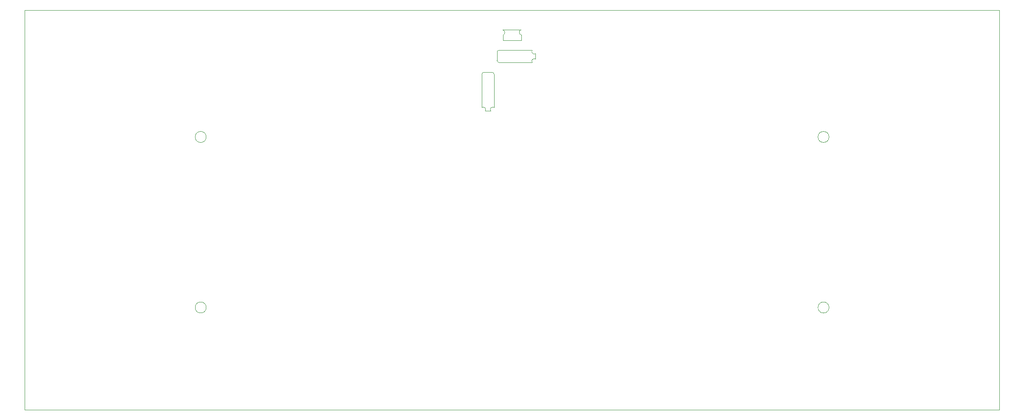
<source format=gbr>
%TF.GenerationSoftware,KiCad,Pcbnew,8.0.7*%
%TF.CreationDate,2025-05-30T21:54:57+09:00*%
%TF.ProjectId,cool640zmk,636f6f6c-3634-4307-9a6d-6b2e6b696361,rev?*%
%TF.SameCoordinates,Original*%
%TF.FileFunction,Profile,NP*%
%FSLAX46Y46*%
G04 Gerber Fmt 4.6, Leading zero omitted, Abs format (unit mm)*
G04 Created by KiCad (PCBNEW 8.0.7) date 2025-05-30 21:54:57*
%MOMM*%
%LPD*%
G01*
G04 APERTURE LIST*
%TA.AperFunction,Profile*%
%ADD10C,0.050000*%
%TD*%
%TA.AperFunction,Profile*%
%ADD11C,0.120000*%
%TD*%
G04 APERTURE END LIST*
D10*
X26600000Y-8500000D02*
G75*
G02*
X24400000Y-8500000I-1100000J0D01*
G01*
X24400000Y-8500000D02*
G75*
G02*
X26600000Y-8500000I1100000J0D01*
G01*
X26600000Y-42500000D02*
G75*
G02*
X24400000Y-42500000I-1100000J0D01*
G01*
X24400000Y-42500000D02*
G75*
G02*
X26600000Y-42500000I1100000J0D01*
G01*
X150600000Y-42500000D02*
G75*
G02*
X148400000Y-42500000I-1100000J0D01*
G01*
X148400000Y-42500000D02*
G75*
G02*
X150600000Y-42500000I1100000J0D01*
G01*
X-9580000Y16800000D02*
X184520000Y16800000D01*
X184520000Y-62910000D01*
X-9580000Y-62910000D01*
X-9580000Y16800000D01*
X150600000Y-8500000D02*
G75*
G02*
X148400000Y-8500000I-1100000J0D01*
G01*
X148400000Y-8500000D02*
G75*
G02*
X150600000Y-8500000I1100000J0D01*
G01*
D11*
%TO.C,U1*%
X81484753Y-2591953D02*
X81484753Y4009000D01*
X81865753Y4389247D02*
X83516753Y4389247D01*
X83211953Y-3277753D02*
X82170553Y-3277753D01*
X83901000Y4009000D02*
X83897753Y-2591953D01*
X84510753Y6745753D02*
X84510753Y8396753D01*
X84879493Y8789370D02*
X91491953Y8777753D01*
X85668871Y12843850D02*
X89250000Y12872268D01*
X85719435Y10765791D02*
X85722410Y11819122D01*
X85719435Y10765791D02*
X89300564Y10794209D01*
X89300564Y10794209D02*
X89303539Y11847540D01*
X91491953Y6364753D02*
X84891000Y6359000D01*
X92177753Y8091953D02*
X92177753Y7050553D01*
X81484753Y4009000D02*
G75*
G02*
X81865753Y4389997I380867J130D01*
G01*
X81484753Y-2591953D02*
G75*
G02*
X82170546Y-3277749I247747J-438047D01*
G01*
X83211953Y-3277753D02*
G75*
G02*
X83897753Y-2591953I438047J247753D01*
G01*
X83520000Y4390000D02*
G75*
G02*
X83901000Y4009000I0J-381000D01*
G01*
X84510753Y8396753D02*
G75*
G02*
X84879493Y8789371I378647J13847D01*
G01*
X84891000Y6359000D02*
G75*
G02*
X84510000Y6740000I0J381000D01*
G01*
X85668871Y12843850D02*
G75*
G02*
X85722410Y11819122I-166461J-522460D01*
G01*
X89303539Y11847540D02*
G75*
G02*
X89250000Y12872268I166461J522460D01*
G01*
X91491953Y6364753D02*
G75*
G02*
X92177753Y7050553I438047J247753D01*
G01*
X92177753Y8091953D02*
G75*
G02*
X91491953Y8777753I-247753J438047D01*
G01*
%TD*%
M02*

</source>
